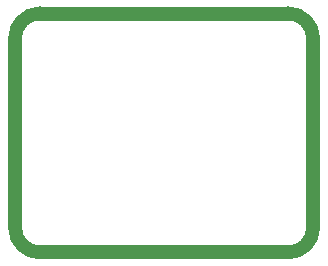
<source format=gko>
G04*
G04 #@! TF.GenerationSoftware,Altium Limited,Altium Designer,20.2.3 (150)*
G04*
G04 Layer_Color=16711935*
%FSLAX25Y25*%
%MOIN*%
G70*
G04*
G04 #@! TF.SameCoordinates,D737100D-CD50-4B0A-90DA-B4B5F6E14D25*
G04*
G04*
G04 #@! TF.FilePolarity,Positive*
G04*
G01*
G75*
%ADD26C,0.04724*%
D26*
X-3242Y6244D02*
G03*
X5133Y-2131I8376J0D01*
G01*
D02*
G03*
X5442Y-2025I0J501D01*
G01*
X87502D02*
G03*
X87810Y-2131I309J395D01*
G01*
D02*
G03*
X96186Y6244I-0J8376D01*
G01*
D02*
G03*
X96079Y6553I-501J0D01*
G01*
Y68928D02*
G03*
X96186Y69236I-395J309D01*
G01*
D02*
G03*
X87810Y77612I-8376J-0D01*
G01*
D02*
G03*
X87502Y77506I0J-501D01*
G01*
X5442D02*
G03*
X5133Y77612I-309J-395D01*
G01*
D02*
G03*
X-3242Y69236I0J-8376D01*
G01*
D02*
G03*
X-3136Y68928I501J0D01*
G01*
Y6553D02*
G03*
X-3242Y6244I395J-309D01*
G01*
X5442Y-2025D02*
X87502D01*
X96079Y6553D02*
Y68928D01*
X5442Y77506D02*
X87502D01*
X-3136Y6553D02*
Y68928D01*
M02*

</source>
